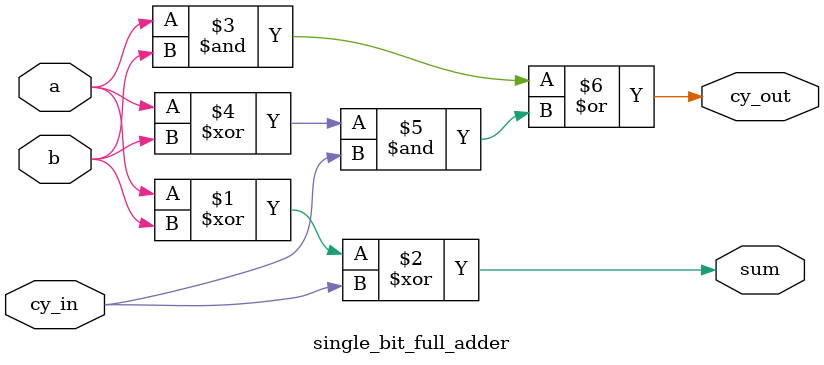
<source format=v>
`timescale 1ns / 1ps
module single_bit_full_adder(
    input a,
    input b,
    input cy_in,
    output sum,
    output cy_out
    );
	 assign sum = a^b^cy_in;
	 assign cy_out = (a&b) | ((a^b)&cy_in) ;
endmodule

</source>
